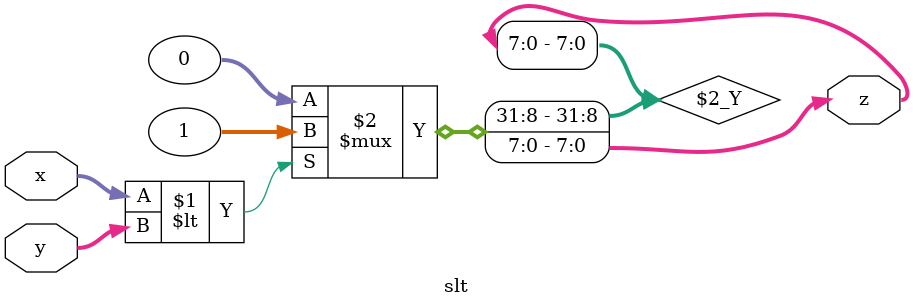
<source format=v>

module slt
#( 
    parameter WIDTH = 8
)
(
    input  [WIDTH - 1:0] x,y,
    output [WIDTH - 1:0] z
);
    assign z = (x < y) ? 1 : 0;
endmodule
</source>
